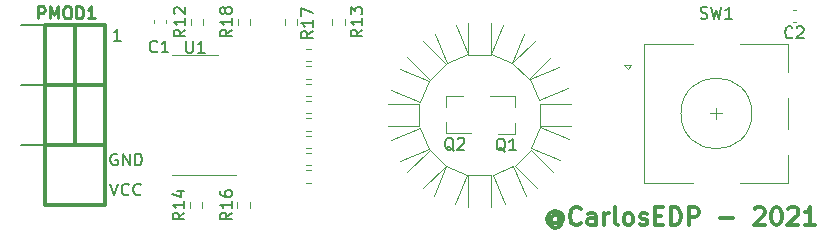
<source format=gto>
G04 #@! TF.GenerationSoftware,KiCad,Pcbnew,(5.1.9-0-10_14)*
G04 #@! TF.CreationDate,2021-05-04T13:02:15-03:00*
G04 #@! TF.ProjectId,RingPush-PMOD,52696e67-5075-4736-982d-504d4f442e6b,rev?*
G04 #@! TF.SameCoordinates,Original*
G04 #@! TF.FileFunction,Legend,Top*
G04 #@! TF.FilePolarity,Positive*
%FSLAX46Y46*%
G04 Gerber Fmt 4.6, Leading zero omitted, Abs format (unit mm)*
G04 Created by KiCad (PCBNEW (5.1.9-0-10_14)) date 2021-05-04 13:02:15*
%MOMM*%
%LPD*%
G01*
G04 APERTURE LIST*
%ADD10C,0.300000*%
%ADD11C,0.120000*%
%ADD12C,0.203200*%
%ADD13C,0.304800*%
%ADD14C,0.150000*%
%ADD15C,0.254000*%
%ADD16C,2.101600*%
%ADD17C,1.625600*%
G04 APERTURE END LIST*
D10*
X63810857Y-112740285D02*
X63739428Y-112668857D01*
X63596571Y-112597428D01*
X63453714Y-112597428D01*
X63310857Y-112668857D01*
X63239428Y-112740285D01*
X63168000Y-112883142D01*
X63168000Y-113026000D01*
X63239428Y-113168857D01*
X63310857Y-113240285D01*
X63453714Y-113311714D01*
X63596571Y-113311714D01*
X63739428Y-113240285D01*
X63810857Y-113168857D01*
X63810857Y-112597428D02*
X63810857Y-113168857D01*
X63882285Y-113240285D01*
X63953714Y-113240285D01*
X64096571Y-113168857D01*
X64168000Y-113026000D01*
X64168000Y-112668857D01*
X64025142Y-112454571D01*
X63810857Y-112311714D01*
X63525142Y-112240285D01*
X63239428Y-112311714D01*
X63025142Y-112454571D01*
X62882285Y-112668857D01*
X62810857Y-112954571D01*
X62882285Y-113240285D01*
X63025142Y-113454571D01*
X63239428Y-113597428D01*
X63525142Y-113668857D01*
X63810857Y-113597428D01*
X64025142Y-113454571D01*
X65668000Y-113311714D02*
X65596571Y-113383142D01*
X65382285Y-113454571D01*
X65239428Y-113454571D01*
X65025142Y-113383142D01*
X64882285Y-113240285D01*
X64810857Y-113097428D01*
X64739428Y-112811714D01*
X64739428Y-112597428D01*
X64810857Y-112311714D01*
X64882285Y-112168857D01*
X65025142Y-112026000D01*
X65239428Y-111954571D01*
X65382285Y-111954571D01*
X65596571Y-112026000D01*
X65668000Y-112097428D01*
X66953714Y-113454571D02*
X66953714Y-112668857D01*
X66882285Y-112526000D01*
X66739428Y-112454571D01*
X66453714Y-112454571D01*
X66310857Y-112526000D01*
X66953714Y-113383142D02*
X66810857Y-113454571D01*
X66453714Y-113454571D01*
X66310857Y-113383142D01*
X66239428Y-113240285D01*
X66239428Y-113097428D01*
X66310857Y-112954571D01*
X66453714Y-112883142D01*
X66810857Y-112883142D01*
X66953714Y-112811714D01*
X67668000Y-113454571D02*
X67668000Y-112454571D01*
X67668000Y-112740285D02*
X67739428Y-112597428D01*
X67810857Y-112526000D01*
X67953714Y-112454571D01*
X68096571Y-112454571D01*
X68810857Y-113454571D02*
X68668000Y-113383142D01*
X68596571Y-113240285D01*
X68596571Y-111954571D01*
X69596571Y-113454571D02*
X69453714Y-113383142D01*
X69382285Y-113311714D01*
X69310857Y-113168857D01*
X69310857Y-112740285D01*
X69382285Y-112597428D01*
X69453714Y-112526000D01*
X69596571Y-112454571D01*
X69810857Y-112454571D01*
X69953714Y-112526000D01*
X70025142Y-112597428D01*
X70096571Y-112740285D01*
X70096571Y-113168857D01*
X70025142Y-113311714D01*
X69953714Y-113383142D01*
X69810857Y-113454571D01*
X69596571Y-113454571D01*
X70668000Y-113383142D02*
X70810857Y-113454571D01*
X71096571Y-113454571D01*
X71239428Y-113383142D01*
X71310857Y-113240285D01*
X71310857Y-113168857D01*
X71239428Y-113026000D01*
X71096571Y-112954571D01*
X70882285Y-112954571D01*
X70739428Y-112883142D01*
X70668000Y-112740285D01*
X70668000Y-112668857D01*
X70739428Y-112526000D01*
X70882285Y-112454571D01*
X71096571Y-112454571D01*
X71239428Y-112526000D01*
X71953714Y-112668857D02*
X72453714Y-112668857D01*
X72668000Y-113454571D02*
X71953714Y-113454571D01*
X71953714Y-111954571D01*
X72668000Y-111954571D01*
X73310857Y-113454571D02*
X73310857Y-111954571D01*
X73668000Y-111954571D01*
X73882285Y-112026000D01*
X74025142Y-112168857D01*
X74096571Y-112311714D01*
X74168000Y-112597428D01*
X74168000Y-112811714D01*
X74096571Y-113097428D01*
X74025142Y-113240285D01*
X73882285Y-113383142D01*
X73668000Y-113454571D01*
X73310857Y-113454571D01*
X74810857Y-113454571D02*
X74810857Y-111954571D01*
X75382285Y-111954571D01*
X75525142Y-112026000D01*
X75596571Y-112097428D01*
X75668000Y-112240285D01*
X75668000Y-112454571D01*
X75596571Y-112597428D01*
X75525142Y-112668857D01*
X75382285Y-112740285D01*
X74810857Y-112740285D01*
X77453714Y-112883142D02*
X78596571Y-112883142D01*
X80382285Y-112097428D02*
X80453714Y-112026000D01*
X80596571Y-111954571D01*
X80953714Y-111954571D01*
X81096571Y-112026000D01*
X81168000Y-112097428D01*
X81239428Y-112240285D01*
X81239428Y-112383142D01*
X81168000Y-112597428D01*
X80310857Y-113454571D01*
X81239428Y-113454571D01*
X82168000Y-111954571D02*
X82310857Y-111954571D01*
X82453714Y-112026000D01*
X82525142Y-112097428D01*
X82596571Y-112240285D01*
X82668000Y-112526000D01*
X82668000Y-112883142D01*
X82596571Y-113168857D01*
X82525142Y-113311714D01*
X82453714Y-113383142D01*
X82310857Y-113454571D01*
X82168000Y-113454571D01*
X82025142Y-113383142D01*
X81953714Y-113311714D01*
X81882285Y-113168857D01*
X81810857Y-112883142D01*
X81810857Y-112526000D01*
X81882285Y-112240285D01*
X81953714Y-112097428D01*
X82025142Y-112026000D01*
X82168000Y-111954571D01*
X83239428Y-112097428D02*
X83310857Y-112026000D01*
X83453714Y-111954571D01*
X83810857Y-111954571D01*
X83953714Y-112026000D01*
X84025142Y-112097428D01*
X84096571Y-112240285D01*
X84096571Y-112383142D01*
X84025142Y-112597428D01*
X83168000Y-113454571D01*
X84096571Y-113454571D01*
X85525142Y-113454571D02*
X84668000Y-113454571D01*
X85096571Y-113454571D02*
X85096571Y-111954571D01*
X84953714Y-112168857D01*
X84810857Y-112311714D01*
X84668000Y-112383142D01*
D11*
X76652500Y-104001000D02*
X77652500Y-104001000D01*
X77152500Y-103501000D02*
X77152500Y-104501000D01*
X83252500Y-107501000D02*
X83252500Y-109901000D01*
X83252500Y-102701000D02*
X83252500Y-105301000D01*
X83252500Y-98101000D02*
X83252500Y-100501000D01*
X69952500Y-99901000D02*
X69652500Y-100201000D01*
X69352500Y-99901000D02*
X69952500Y-99901000D01*
X69652500Y-100201000D02*
X69352500Y-99901000D01*
X71052500Y-98101000D02*
X71052500Y-109901000D01*
X75152500Y-98101000D02*
X71052500Y-98101000D01*
X75152500Y-109901000D02*
X71052500Y-109901000D01*
X83252500Y-109901000D02*
X79152500Y-109901000D01*
X79152500Y-98101000D02*
X83252500Y-98101000D01*
X80152500Y-104001000D02*
G75*
G03*
X80152500Y-104001000I-3000000J0D01*
G01*
X41686750Y-96028742D02*
X41686750Y-96503258D01*
X40641750Y-96028742D02*
X40641750Y-96503258D01*
X33020000Y-109200000D02*
X36470000Y-109200000D01*
X33020000Y-109200000D02*
X31070000Y-109200000D01*
X33020000Y-99080000D02*
X34970000Y-99080000D01*
X33020000Y-99080000D02*
X31070000Y-99080000D01*
D12*
X18288000Y-106680000D02*
X20320000Y-106680000D01*
X18288000Y-101600000D02*
X20320000Y-101600000D01*
X18288000Y-96520000D02*
X20320000Y-96520000D01*
D13*
X25400000Y-96520000D02*
X20320000Y-96520000D01*
X25400000Y-111760000D02*
X25400000Y-96520000D01*
X20320000Y-111760000D02*
X25400000Y-111760000D01*
X20320000Y-96520000D02*
X20320000Y-111760000D01*
X25400000Y-106680000D02*
X20320000Y-106680000D01*
X20320000Y-101600000D02*
X25400000Y-101600000D01*
X22860000Y-96520000D02*
X22860000Y-101600000D01*
X22860000Y-101600000D02*
X22860000Y-106680000D01*
D11*
X50973658Y-99257803D02*
X52872239Y-101156384D01*
X52872239Y-101156384D02*
X54229884Y-99798739D01*
X54229884Y-99798739D02*
X52331303Y-97900158D01*
X49307000Y-105100000D02*
X51992000Y-105100000D01*
X51992000Y-105100000D02*
X51992000Y-103180000D01*
X51992000Y-103180000D02*
X49307000Y-103180000D01*
X52810476Y-101253131D02*
X50329860Y-100225626D01*
X52075724Y-103026980D02*
X52810476Y-101253131D01*
X49595107Y-101999475D02*
X52075724Y-103026980D01*
X56100480Y-99002224D02*
X55072975Y-96521607D01*
X54326631Y-99736976D02*
X56100480Y-99002224D01*
X53299126Y-97256360D02*
X54326631Y-99736976D01*
X56126500Y-96360500D02*
X56126500Y-99045500D01*
X56126500Y-99045500D02*
X58046500Y-99045500D01*
X58046500Y-99045500D02*
X58046500Y-96360500D01*
X59846369Y-99736976D02*
X60873874Y-97256360D01*
X58072520Y-99002224D02*
X59846369Y-99736976D01*
X59100025Y-96521607D02*
X58072520Y-99002224D01*
X61785871Y-97828984D02*
X59887290Y-99727565D01*
X59887290Y-99727565D02*
X61244935Y-101085210D01*
X61244935Y-101085210D02*
X63143516Y-99186629D01*
X62097276Y-102899980D02*
X64577893Y-101872475D01*
X61362524Y-101126131D02*
X62097276Y-102899980D01*
X63843140Y-100098626D02*
X61362524Y-101126131D01*
X42846258Y-108824497D02*
X42371742Y-108824497D01*
X42846258Y-109869497D02*
X42371742Y-109869497D01*
X42846258Y-107354926D02*
X42371742Y-107354926D01*
X42846258Y-108399926D02*
X42371742Y-108399926D01*
X42846258Y-106930355D02*
X42371742Y-106930355D01*
X42846258Y-105885355D02*
X42371742Y-105885355D01*
X42846258Y-104415784D02*
X42371742Y-104415784D01*
X42846258Y-105460784D02*
X42371742Y-105460784D01*
X42846258Y-103991213D02*
X42371742Y-103991213D01*
X42846258Y-102946213D02*
X42371742Y-102946213D01*
X42846258Y-101476642D02*
X42371742Y-101476642D01*
X42846258Y-102521642D02*
X42371742Y-102521642D01*
X42846258Y-101052071D02*
X42371742Y-101052071D01*
X42846258Y-100007071D02*
X42371742Y-100007071D01*
X42846258Y-99582500D02*
X42371742Y-99582500D01*
X42846258Y-98537500D02*
X42371742Y-98537500D01*
X32672250Y-96028742D02*
X32672250Y-96503258D01*
X33717250Y-96028742D02*
X33717250Y-96503258D01*
X45671500Y-96503258D02*
X45671500Y-96028742D01*
X44626500Y-96503258D02*
X44626500Y-96028742D01*
X32573700Y-111997258D02*
X32573700Y-111522742D01*
X33618700Y-111997258D02*
X33618700Y-111522742D01*
X37631900Y-111997258D02*
X37631900Y-111522742D01*
X36586900Y-111997258D02*
X36586900Y-111522742D01*
X37702000Y-96503258D02*
X37702000Y-96028742D01*
X36657000Y-96503258D02*
X36657000Y-96028742D01*
X29530000Y-96380580D02*
X29530000Y-96099420D01*
X30550000Y-96380580D02*
X30550000Y-96099420D01*
X64866000Y-103180000D02*
X62181000Y-103180000D01*
X62181000Y-103180000D02*
X62181000Y-105100000D01*
X62181000Y-105100000D02*
X64866000Y-105100000D01*
X61448887Y-106922103D02*
X63929503Y-107949608D01*
X62183639Y-105148254D02*
X61448887Y-106922103D01*
X64664256Y-106175759D02*
X62183639Y-105148254D01*
X63326342Y-108958697D02*
X61427761Y-107060116D01*
X61427761Y-107060116D02*
X60070116Y-108417761D01*
X60070116Y-108417761D02*
X61968697Y-110316342D01*
X58199520Y-109214276D02*
X59227025Y-111694893D01*
X59973369Y-108479524D02*
X58199520Y-109214276D01*
X61000874Y-110960140D02*
X59973369Y-108479524D01*
X58046500Y-111919500D02*
X58046500Y-109234500D01*
X58046500Y-109234500D02*
X56126500Y-109234500D01*
X56126500Y-109234500D02*
X56126500Y-111919500D01*
X54263131Y-108479524D02*
X53235626Y-110960140D01*
X56036980Y-109214276D02*
X54263131Y-108479524D01*
X55009475Y-111694893D02*
X56036980Y-109214276D01*
X52331303Y-110351929D02*
X54229884Y-108453348D01*
X54229884Y-108453348D02*
X52872239Y-107095703D01*
X52872239Y-107095703D02*
X50973658Y-108994284D01*
X52075724Y-105253020D02*
X49595107Y-106280525D01*
X52810476Y-107026869D02*
X52075724Y-105253020D01*
X50329860Y-108054374D02*
X52810476Y-107026869D01*
X60132500Y-105720000D02*
X58672500Y-105720000D01*
X60132500Y-102560000D02*
X57972500Y-102560000D01*
X60132500Y-102560000D02*
X60132500Y-103490000D01*
X60132500Y-105720000D02*
X60132500Y-104790000D01*
X54241501Y-102535001D02*
X54241501Y-103465001D01*
X54241501Y-105695001D02*
X54241501Y-104765001D01*
X54241501Y-105695001D02*
X56401501Y-105695001D01*
X54241501Y-102535001D02*
X55701501Y-102535001D01*
X83884080Y-95248000D02*
X83602920Y-95248000D01*
X83884080Y-96268000D02*
X83602920Y-96268000D01*
D14*
X75812166Y-95936761D02*
X75955023Y-95984380D01*
X76193119Y-95984380D01*
X76288357Y-95936761D01*
X76335976Y-95889142D01*
X76383595Y-95793904D01*
X76383595Y-95698666D01*
X76335976Y-95603428D01*
X76288357Y-95555809D01*
X76193119Y-95508190D01*
X76002642Y-95460571D01*
X75907404Y-95412952D01*
X75859785Y-95365333D01*
X75812166Y-95270095D01*
X75812166Y-95174857D01*
X75859785Y-95079619D01*
X75907404Y-95032000D01*
X76002642Y-94984380D01*
X76240738Y-94984380D01*
X76383595Y-95032000D01*
X76716928Y-94984380D02*
X76955023Y-95984380D01*
X77145500Y-95270095D01*
X77335976Y-95984380D01*
X77574071Y-94984380D01*
X78478833Y-95984380D02*
X77907404Y-95984380D01*
X78193119Y-95984380D02*
X78193119Y-94984380D01*
X78097880Y-95127238D01*
X78002642Y-95222476D01*
X77907404Y-95270095D01*
X42997380Y-97035857D02*
X42521190Y-97369190D01*
X42997380Y-97607285D02*
X41997380Y-97607285D01*
X41997380Y-97226333D01*
X42045000Y-97131095D01*
X42092619Y-97083476D01*
X42187857Y-97035857D01*
X42330714Y-97035857D01*
X42425952Y-97083476D01*
X42473571Y-97131095D01*
X42521190Y-97226333D01*
X42521190Y-97607285D01*
X42997380Y-96083476D02*
X42997380Y-96654904D01*
X42997380Y-96369190D02*
X41997380Y-96369190D01*
X42140238Y-96464428D01*
X42235476Y-96559666D01*
X42283095Y-96654904D01*
X41997380Y-95750142D02*
X41997380Y-95083476D01*
X42997380Y-95512047D01*
X32258095Y-97877380D02*
X32258095Y-98686904D01*
X32305714Y-98782142D01*
X32353333Y-98829761D01*
X32448571Y-98877380D01*
X32639047Y-98877380D01*
X32734285Y-98829761D01*
X32781904Y-98782142D01*
X32829523Y-98686904D01*
X32829523Y-97877380D01*
X33829523Y-98877380D02*
X33258095Y-98877380D01*
X33543809Y-98877380D02*
X33543809Y-97877380D01*
X33448571Y-98020238D01*
X33353333Y-98115476D01*
X33258095Y-98163095D01*
D15*
X19727333Y-95963619D02*
X19727333Y-94947619D01*
X20114380Y-94947619D01*
X20211142Y-94996000D01*
X20259523Y-95044380D01*
X20307904Y-95141142D01*
X20307904Y-95286285D01*
X20259523Y-95383047D01*
X20211142Y-95431428D01*
X20114380Y-95479809D01*
X19727333Y-95479809D01*
X20743333Y-95963619D02*
X20743333Y-94947619D01*
X21082000Y-95673333D01*
X21420666Y-94947619D01*
X21420666Y-95963619D01*
X22098000Y-94947619D02*
X22291523Y-94947619D01*
X22388285Y-94996000D01*
X22485047Y-95092761D01*
X22533428Y-95286285D01*
X22533428Y-95624952D01*
X22485047Y-95818476D01*
X22388285Y-95915238D01*
X22291523Y-95963619D01*
X22098000Y-95963619D01*
X22001238Y-95915238D01*
X21904476Y-95818476D01*
X21856095Y-95624952D01*
X21856095Y-95286285D01*
X21904476Y-95092761D01*
X22001238Y-94996000D01*
X22098000Y-94947619D01*
X22968857Y-95963619D02*
X22968857Y-94947619D01*
X23210761Y-94947619D01*
X23355904Y-94996000D01*
X23452666Y-95092761D01*
X23501047Y-95189523D01*
X23549428Y-95383047D01*
X23549428Y-95528190D01*
X23501047Y-95721714D01*
X23452666Y-95818476D01*
X23355904Y-95915238D01*
X23210761Y-95963619D01*
X22968857Y-95963619D01*
X24517047Y-95963619D02*
X23936476Y-95963619D01*
X24226761Y-95963619D02*
X24226761Y-94947619D01*
X24130000Y-95092761D01*
X24033238Y-95189523D01*
X23936476Y-95237904D01*
D14*
X26701714Y-97861380D02*
X26130285Y-97861380D01*
X26416000Y-97861380D02*
X26416000Y-96861380D01*
X26320761Y-97004238D01*
X26225523Y-97099476D01*
X26130285Y-97147095D01*
X26416095Y-107450000D02*
X26320857Y-107402380D01*
X26178000Y-107402380D01*
X26035142Y-107450000D01*
X25939904Y-107545238D01*
X25892285Y-107640476D01*
X25844666Y-107830952D01*
X25844666Y-107973809D01*
X25892285Y-108164285D01*
X25939904Y-108259523D01*
X26035142Y-108354761D01*
X26178000Y-108402380D01*
X26273238Y-108402380D01*
X26416095Y-108354761D01*
X26463714Y-108307142D01*
X26463714Y-107973809D01*
X26273238Y-107973809D01*
X26892285Y-108402380D02*
X26892285Y-107402380D01*
X27463714Y-108402380D01*
X27463714Y-107402380D01*
X27939904Y-108402380D02*
X27939904Y-107402380D01*
X28178000Y-107402380D01*
X28320857Y-107450000D01*
X28416095Y-107545238D01*
X28463714Y-107640476D01*
X28511333Y-107830952D01*
X28511333Y-107973809D01*
X28463714Y-108164285D01*
X28416095Y-108259523D01*
X28320857Y-108354761D01*
X28178000Y-108402380D01*
X27939904Y-108402380D01*
X25844666Y-109942380D02*
X26178000Y-110942380D01*
X26511333Y-109942380D01*
X27416095Y-110847142D02*
X27368476Y-110894761D01*
X27225619Y-110942380D01*
X27130380Y-110942380D01*
X26987523Y-110894761D01*
X26892285Y-110799523D01*
X26844666Y-110704285D01*
X26797047Y-110513809D01*
X26797047Y-110370952D01*
X26844666Y-110180476D01*
X26892285Y-110085238D01*
X26987523Y-109990000D01*
X27130380Y-109942380D01*
X27225619Y-109942380D01*
X27368476Y-109990000D01*
X27416095Y-110037619D01*
X28416095Y-110847142D02*
X28368476Y-110894761D01*
X28225619Y-110942380D01*
X28130380Y-110942380D01*
X27987523Y-110894761D01*
X27892285Y-110799523D01*
X27844666Y-110704285D01*
X27797047Y-110513809D01*
X27797047Y-110370952D01*
X27844666Y-110180476D01*
X27892285Y-110085238D01*
X27987523Y-109990000D01*
X28130380Y-109942380D01*
X28225619Y-109942380D01*
X28368476Y-109990000D01*
X28416095Y-110037619D01*
X32202380Y-96908857D02*
X31726190Y-97242190D01*
X32202380Y-97480285D02*
X31202380Y-97480285D01*
X31202380Y-97099333D01*
X31250000Y-97004095D01*
X31297619Y-96956476D01*
X31392857Y-96908857D01*
X31535714Y-96908857D01*
X31630952Y-96956476D01*
X31678571Y-97004095D01*
X31726190Y-97099333D01*
X31726190Y-97480285D01*
X32202380Y-95956476D02*
X32202380Y-96527904D01*
X32202380Y-96242190D02*
X31202380Y-96242190D01*
X31345238Y-96337428D01*
X31440476Y-96432666D01*
X31488095Y-96527904D01*
X31297619Y-95575523D02*
X31250000Y-95527904D01*
X31202380Y-95432666D01*
X31202380Y-95194571D01*
X31250000Y-95099333D01*
X31297619Y-95051714D01*
X31392857Y-95004095D01*
X31488095Y-95004095D01*
X31630952Y-95051714D01*
X32202380Y-95623142D01*
X32202380Y-95004095D01*
X47188380Y-96908857D02*
X46712190Y-97242190D01*
X47188380Y-97480285D02*
X46188380Y-97480285D01*
X46188380Y-97099333D01*
X46236000Y-97004095D01*
X46283619Y-96956476D01*
X46378857Y-96908857D01*
X46521714Y-96908857D01*
X46616952Y-96956476D01*
X46664571Y-97004095D01*
X46712190Y-97099333D01*
X46712190Y-97480285D01*
X47188380Y-95956476D02*
X47188380Y-96527904D01*
X47188380Y-96242190D02*
X46188380Y-96242190D01*
X46331238Y-96337428D01*
X46426476Y-96432666D01*
X46474095Y-96527904D01*
X46188380Y-95623142D02*
X46188380Y-95004095D01*
X46569333Y-95337428D01*
X46569333Y-95194571D01*
X46616952Y-95099333D01*
X46664571Y-95051714D01*
X46759809Y-95004095D01*
X46997904Y-95004095D01*
X47093142Y-95051714D01*
X47140761Y-95099333D01*
X47188380Y-95194571D01*
X47188380Y-95480285D01*
X47140761Y-95575523D01*
X47093142Y-95623142D01*
X32118580Y-112402857D02*
X31642390Y-112736190D01*
X32118580Y-112974285D02*
X31118580Y-112974285D01*
X31118580Y-112593333D01*
X31166200Y-112498095D01*
X31213819Y-112450476D01*
X31309057Y-112402857D01*
X31451914Y-112402857D01*
X31547152Y-112450476D01*
X31594771Y-112498095D01*
X31642390Y-112593333D01*
X31642390Y-112974285D01*
X32118580Y-111450476D02*
X32118580Y-112021904D01*
X32118580Y-111736190D02*
X31118580Y-111736190D01*
X31261438Y-111831428D01*
X31356676Y-111926666D01*
X31404295Y-112021904D01*
X31451914Y-110593333D02*
X32118580Y-110593333D01*
X31070961Y-110831428D02*
X31785247Y-111069523D01*
X31785247Y-110450476D01*
X36131780Y-112402857D02*
X35655590Y-112736190D01*
X36131780Y-112974285D02*
X35131780Y-112974285D01*
X35131780Y-112593333D01*
X35179400Y-112498095D01*
X35227019Y-112450476D01*
X35322257Y-112402857D01*
X35465114Y-112402857D01*
X35560352Y-112450476D01*
X35607971Y-112498095D01*
X35655590Y-112593333D01*
X35655590Y-112974285D01*
X36131780Y-111450476D02*
X36131780Y-112021904D01*
X36131780Y-111736190D02*
X35131780Y-111736190D01*
X35274638Y-111831428D01*
X35369876Y-111926666D01*
X35417495Y-112021904D01*
X35131780Y-110593333D02*
X35131780Y-110783809D01*
X35179400Y-110879047D01*
X35227019Y-110926666D01*
X35369876Y-111021904D01*
X35560352Y-111069523D01*
X35941304Y-111069523D01*
X36036542Y-111021904D01*
X36084161Y-110974285D01*
X36131780Y-110879047D01*
X36131780Y-110688571D01*
X36084161Y-110593333D01*
X36036542Y-110545714D01*
X35941304Y-110498095D01*
X35703209Y-110498095D01*
X35607971Y-110545714D01*
X35560352Y-110593333D01*
X35512733Y-110688571D01*
X35512733Y-110879047D01*
X35560352Y-110974285D01*
X35607971Y-111021904D01*
X35703209Y-111069523D01*
X36139380Y-96908857D02*
X35663190Y-97242190D01*
X36139380Y-97480285D02*
X35139380Y-97480285D01*
X35139380Y-97099333D01*
X35187000Y-97004095D01*
X35234619Y-96956476D01*
X35329857Y-96908857D01*
X35472714Y-96908857D01*
X35567952Y-96956476D01*
X35615571Y-97004095D01*
X35663190Y-97099333D01*
X35663190Y-97480285D01*
X36139380Y-95956476D02*
X36139380Y-96527904D01*
X36139380Y-96242190D02*
X35139380Y-96242190D01*
X35282238Y-96337428D01*
X35377476Y-96432666D01*
X35425095Y-96527904D01*
X35567952Y-95385047D02*
X35520333Y-95480285D01*
X35472714Y-95527904D01*
X35377476Y-95575523D01*
X35329857Y-95575523D01*
X35234619Y-95527904D01*
X35187000Y-95480285D01*
X35139380Y-95385047D01*
X35139380Y-95194571D01*
X35187000Y-95099333D01*
X35234619Y-95051714D01*
X35329857Y-95004095D01*
X35377476Y-95004095D01*
X35472714Y-95051714D01*
X35520333Y-95099333D01*
X35567952Y-95194571D01*
X35567952Y-95385047D01*
X35615571Y-95480285D01*
X35663190Y-95527904D01*
X35758428Y-95575523D01*
X35948904Y-95575523D01*
X36044142Y-95527904D01*
X36091761Y-95480285D01*
X36139380Y-95385047D01*
X36139380Y-95194571D01*
X36091761Y-95099333D01*
X36044142Y-95051714D01*
X35948904Y-95004095D01*
X35758428Y-95004095D01*
X35663190Y-95051714D01*
X35615571Y-95099333D01*
X35567952Y-95194571D01*
X29808333Y-98742142D02*
X29760714Y-98789761D01*
X29617857Y-98837380D01*
X29522619Y-98837380D01*
X29379761Y-98789761D01*
X29284523Y-98694523D01*
X29236904Y-98599285D01*
X29189285Y-98408809D01*
X29189285Y-98265952D01*
X29236904Y-98075476D01*
X29284523Y-97980238D01*
X29379761Y-97885000D01*
X29522619Y-97837380D01*
X29617857Y-97837380D01*
X29760714Y-97885000D01*
X29808333Y-97932619D01*
X30760714Y-98837380D02*
X30189285Y-98837380D01*
X30475000Y-98837380D02*
X30475000Y-97837380D01*
X30379761Y-97980238D01*
X30284523Y-98075476D01*
X30189285Y-98123095D01*
X59277261Y-107227619D02*
X59182023Y-107180000D01*
X59086785Y-107084761D01*
X58943928Y-106941904D01*
X58848690Y-106894285D01*
X58753452Y-106894285D01*
X58801071Y-107132380D02*
X58705833Y-107084761D01*
X58610595Y-106989523D01*
X58562976Y-106799047D01*
X58562976Y-106465714D01*
X58610595Y-106275238D01*
X58705833Y-106180000D01*
X58801071Y-106132380D01*
X58991547Y-106132380D01*
X59086785Y-106180000D01*
X59182023Y-106275238D01*
X59229642Y-106465714D01*
X59229642Y-106799047D01*
X59182023Y-106989523D01*
X59086785Y-107084761D01*
X58991547Y-107132380D01*
X58801071Y-107132380D01*
X60182023Y-107132380D02*
X59610595Y-107132380D01*
X59896309Y-107132380D02*
X59896309Y-106132380D01*
X59801071Y-106275238D01*
X59705833Y-106370476D01*
X59610595Y-106418095D01*
X54906262Y-107162620D02*
X54811024Y-107115001D01*
X54715786Y-107019762D01*
X54572929Y-106876905D01*
X54477691Y-106829286D01*
X54382453Y-106829286D01*
X54430072Y-107067381D02*
X54334834Y-107019762D01*
X54239596Y-106924524D01*
X54191977Y-106734048D01*
X54191977Y-106400715D01*
X54239596Y-106210239D01*
X54334834Y-106115001D01*
X54430072Y-106067381D01*
X54620548Y-106067381D01*
X54715786Y-106115001D01*
X54811024Y-106210239D01*
X54858643Y-106400715D01*
X54858643Y-106734048D01*
X54811024Y-106924524D01*
X54715786Y-107019762D01*
X54620548Y-107067381D01*
X54430072Y-107067381D01*
X55239596Y-106162620D02*
X55287215Y-106115001D01*
X55382453Y-106067381D01*
X55620548Y-106067381D01*
X55715786Y-106115001D01*
X55763405Y-106162620D01*
X55811024Y-106257858D01*
X55811024Y-106353096D01*
X55763405Y-106495953D01*
X55191977Y-107067381D01*
X55811024Y-107067381D01*
X83576833Y-97545142D02*
X83529214Y-97592761D01*
X83386357Y-97640380D01*
X83291119Y-97640380D01*
X83148261Y-97592761D01*
X83053023Y-97497523D01*
X83005404Y-97402285D01*
X82957785Y-97211809D01*
X82957785Y-97068952D01*
X83005404Y-96878476D01*
X83053023Y-96783238D01*
X83148261Y-96688000D01*
X83291119Y-96640380D01*
X83386357Y-96640380D01*
X83529214Y-96688000D01*
X83576833Y-96735619D01*
X83957785Y-96735619D02*
X84005404Y-96688000D01*
X84100642Y-96640380D01*
X84338738Y-96640380D01*
X84433976Y-96688000D01*
X84481595Y-96735619D01*
X84529214Y-96830857D01*
X84529214Y-96926095D01*
X84481595Y-97068952D01*
X83910166Y-97640380D01*
X84529214Y-97640380D01*
%LPC*%
G36*
G01*
X68601700Y-102501000D02*
X68601700Y-100501000D01*
G75*
G02*
X68652500Y-100450200I50800J0D01*
G01*
X70652500Y-100450200D01*
G75*
G02*
X70703300Y-100501000I0J-50800D01*
G01*
X70703300Y-102501000D01*
G75*
G02*
X70652500Y-102551800I-50800J0D01*
G01*
X68652500Y-102551800D01*
G75*
G02*
X68601700Y-102501000I0J50800D01*
G01*
G37*
D16*
X69652500Y-104001000D03*
X69652500Y-106501000D03*
G36*
G01*
X75501700Y-99401000D02*
X75501700Y-97401000D01*
G75*
G02*
X75552500Y-97350200I50800J0D01*
G01*
X78752500Y-97350200D01*
G75*
G02*
X78803300Y-97401000I0J-50800D01*
G01*
X78803300Y-99401000D01*
G75*
G02*
X78752500Y-99451800I-50800J0D01*
G01*
X75552500Y-99451800D01*
G75*
G02*
X75501700Y-99401000I0J50800D01*
G01*
G37*
G36*
G01*
X75501700Y-110601000D02*
X75501700Y-108601000D01*
G75*
G02*
X75552500Y-108550200I50800J0D01*
G01*
X78752500Y-108550200D01*
G75*
G02*
X78803300Y-108601000I0J-50800D01*
G01*
X78803300Y-110601000D01*
G75*
G02*
X78752500Y-110651800I-50800J0D01*
G01*
X75552500Y-110651800D01*
G75*
G02*
X75501700Y-110601000I0J50800D01*
G01*
G37*
X84152500Y-101501000D03*
X84152500Y-106501000D03*
G36*
G01*
X40863850Y-96640200D02*
X41464650Y-96640200D01*
G75*
G02*
X41690050Y-96865600I0J-225400D01*
G01*
X41690050Y-97316400D01*
G75*
G02*
X41464650Y-97541800I-225400J0D01*
G01*
X40863850Y-97541800D01*
G75*
G02*
X40638450Y-97316400I0J225400D01*
G01*
X40638450Y-96865600D01*
G75*
G02*
X40863850Y-96640200I225400J0D01*
G01*
G37*
G36*
G01*
X40863850Y-94990200D02*
X41464650Y-94990200D01*
G75*
G02*
X41690050Y-95215600I0J-225400D01*
G01*
X41690050Y-95666400D01*
G75*
G02*
X41464650Y-95891800I-225400J0D01*
G01*
X40863850Y-95891800D01*
G75*
G02*
X40638450Y-95666400I0J225400D01*
G01*
X40638450Y-95215600D01*
G75*
G02*
X40863850Y-94990200I225400J0D01*
G01*
G37*
G36*
G01*
X31570800Y-108409600D02*
X31570800Y-108760400D01*
G75*
G02*
X31395400Y-108935800I-175400J0D01*
G01*
X29694600Y-108935800D01*
G75*
G02*
X29519200Y-108760400I0J175400D01*
G01*
X29519200Y-108409600D01*
G75*
G02*
X29694600Y-108234200I175400J0D01*
G01*
X31395400Y-108234200D01*
G75*
G02*
X31570800Y-108409600I0J-175400D01*
G01*
G37*
G36*
G01*
X31570800Y-107139600D02*
X31570800Y-107490400D01*
G75*
G02*
X31395400Y-107665800I-175400J0D01*
G01*
X29694600Y-107665800D01*
G75*
G02*
X29519200Y-107490400I0J175400D01*
G01*
X29519200Y-107139600D01*
G75*
G02*
X29694600Y-106964200I175400J0D01*
G01*
X31395400Y-106964200D01*
G75*
G02*
X31570800Y-107139600I0J-175400D01*
G01*
G37*
G36*
G01*
X31570800Y-105869600D02*
X31570800Y-106220400D01*
G75*
G02*
X31395400Y-106395800I-175400J0D01*
G01*
X29694600Y-106395800D01*
G75*
G02*
X29519200Y-106220400I0J175400D01*
G01*
X29519200Y-105869600D01*
G75*
G02*
X29694600Y-105694200I175400J0D01*
G01*
X31395400Y-105694200D01*
G75*
G02*
X31570800Y-105869600I0J-175400D01*
G01*
G37*
G36*
G01*
X31570800Y-104599600D02*
X31570800Y-104950400D01*
G75*
G02*
X31395400Y-105125800I-175400J0D01*
G01*
X29694600Y-105125800D01*
G75*
G02*
X29519200Y-104950400I0J175400D01*
G01*
X29519200Y-104599600D01*
G75*
G02*
X29694600Y-104424200I175400J0D01*
G01*
X31395400Y-104424200D01*
G75*
G02*
X31570800Y-104599600I0J-175400D01*
G01*
G37*
G36*
G01*
X31570800Y-103329600D02*
X31570800Y-103680400D01*
G75*
G02*
X31395400Y-103855800I-175400J0D01*
G01*
X29694600Y-103855800D01*
G75*
G02*
X29519200Y-103680400I0J175400D01*
G01*
X29519200Y-103329600D01*
G75*
G02*
X29694600Y-103154200I175400J0D01*
G01*
X31395400Y-103154200D01*
G75*
G02*
X31570800Y-103329600I0J-175400D01*
G01*
G37*
G36*
G01*
X31570800Y-102059600D02*
X31570800Y-102410400D01*
G75*
G02*
X31395400Y-102585800I-175400J0D01*
G01*
X29694600Y-102585800D01*
G75*
G02*
X29519200Y-102410400I0J175400D01*
G01*
X29519200Y-102059600D01*
G75*
G02*
X29694600Y-101884200I175400J0D01*
G01*
X31395400Y-101884200D01*
G75*
G02*
X31570800Y-102059600I0J-175400D01*
G01*
G37*
G36*
G01*
X31570800Y-100789600D02*
X31570800Y-101140400D01*
G75*
G02*
X31395400Y-101315800I-175400J0D01*
G01*
X29694600Y-101315800D01*
G75*
G02*
X29519200Y-101140400I0J175400D01*
G01*
X29519200Y-100789600D01*
G75*
G02*
X29694600Y-100614200I175400J0D01*
G01*
X31395400Y-100614200D01*
G75*
G02*
X31570800Y-100789600I0J-175400D01*
G01*
G37*
G36*
G01*
X31570800Y-99519600D02*
X31570800Y-99870400D01*
G75*
G02*
X31395400Y-100045800I-175400J0D01*
G01*
X29694600Y-100045800D01*
G75*
G02*
X29519200Y-99870400I0J175400D01*
G01*
X29519200Y-99519600D01*
G75*
G02*
X29694600Y-99344200I175400J0D01*
G01*
X31395400Y-99344200D01*
G75*
G02*
X31570800Y-99519600I0J-175400D01*
G01*
G37*
G36*
G01*
X36520800Y-99519600D02*
X36520800Y-99870400D01*
G75*
G02*
X36345400Y-100045800I-175400J0D01*
G01*
X34644600Y-100045800D01*
G75*
G02*
X34469200Y-99870400I0J175400D01*
G01*
X34469200Y-99519600D01*
G75*
G02*
X34644600Y-99344200I175400J0D01*
G01*
X36345400Y-99344200D01*
G75*
G02*
X36520800Y-99519600I0J-175400D01*
G01*
G37*
G36*
G01*
X36520800Y-100789600D02*
X36520800Y-101140400D01*
G75*
G02*
X36345400Y-101315800I-175400J0D01*
G01*
X34644600Y-101315800D01*
G75*
G02*
X34469200Y-101140400I0J175400D01*
G01*
X34469200Y-100789600D01*
G75*
G02*
X34644600Y-100614200I175400J0D01*
G01*
X36345400Y-100614200D01*
G75*
G02*
X36520800Y-100789600I0J-175400D01*
G01*
G37*
G36*
G01*
X36520800Y-102059600D02*
X36520800Y-102410400D01*
G75*
G02*
X36345400Y-102585800I-175400J0D01*
G01*
X34644600Y-102585800D01*
G75*
G02*
X34469200Y-102410400I0J175400D01*
G01*
X34469200Y-102059600D01*
G75*
G02*
X34644600Y-101884200I175400J0D01*
G01*
X36345400Y-101884200D01*
G75*
G02*
X36520800Y-102059600I0J-175400D01*
G01*
G37*
G36*
G01*
X36520800Y-103329600D02*
X36520800Y-103680400D01*
G75*
G02*
X36345400Y-103855800I-175400J0D01*
G01*
X34644600Y-103855800D01*
G75*
G02*
X34469200Y-103680400I0J175400D01*
G01*
X34469200Y-103329600D01*
G75*
G02*
X34644600Y-103154200I175400J0D01*
G01*
X36345400Y-103154200D01*
G75*
G02*
X36520800Y-103329600I0J-175400D01*
G01*
G37*
G36*
G01*
X36520800Y-104599600D02*
X36520800Y-104950400D01*
G75*
G02*
X36345400Y-105125800I-175400J0D01*
G01*
X34644600Y-105125800D01*
G75*
G02*
X34469200Y-104950400I0J175400D01*
G01*
X34469200Y-104599600D01*
G75*
G02*
X34644600Y-104424200I175400J0D01*
G01*
X36345400Y-104424200D01*
G75*
G02*
X36520800Y-104599600I0J-175400D01*
G01*
G37*
G36*
G01*
X36520800Y-105869600D02*
X36520800Y-106220400D01*
G75*
G02*
X36345400Y-106395800I-175400J0D01*
G01*
X34644600Y-106395800D01*
G75*
G02*
X34469200Y-106220400I0J175400D01*
G01*
X34469200Y-105869600D01*
G75*
G02*
X34644600Y-105694200I175400J0D01*
G01*
X36345400Y-105694200D01*
G75*
G02*
X36520800Y-105869600I0J-175400D01*
G01*
G37*
G36*
G01*
X36520800Y-107139600D02*
X36520800Y-107490400D01*
G75*
G02*
X36345400Y-107665800I-175400J0D01*
G01*
X34644600Y-107665800D01*
G75*
G02*
X34469200Y-107490400I0J175400D01*
G01*
X34469200Y-107139600D01*
G75*
G02*
X34644600Y-106964200I175400J0D01*
G01*
X36345400Y-106964200D01*
G75*
G02*
X36520800Y-107139600I0J-175400D01*
G01*
G37*
G36*
G01*
X36520800Y-108409600D02*
X36520800Y-108760400D01*
G75*
G02*
X36345400Y-108935800I-175400J0D01*
G01*
X34644600Y-108935800D01*
G75*
G02*
X34469200Y-108760400I0J175400D01*
G01*
X34469200Y-108409600D01*
G75*
G02*
X34644600Y-108234200I175400J0D01*
G01*
X36345400Y-108234200D01*
G75*
G02*
X36520800Y-108409600I0J-175400D01*
G01*
G37*
D17*
X21590000Y-110490000D03*
X24130000Y-110490000D03*
X21590000Y-107950000D03*
X24130000Y-107950000D03*
X21590000Y-105410000D03*
X24130000Y-105410000D03*
X21590000Y-102870000D03*
X24130000Y-102870000D03*
X21590000Y-100330000D03*
X24130000Y-100330000D03*
X21590000Y-97790000D03*
G36*
G01*
X23317200Y-98552000D02*
X23317200Y-97028000D01*
G75*
G02*
X23368000Y-96977200I50800J0D01*
G01*
X24892000Y-96977200D01*
G75*
G02*
X24942800Y-97028000I0J-50800D01*
G01*
X24942800Y-98552000D01*
G75*
G02*
X24892000Y-98602800I-50800J0D01*
G01*
X23368000Y-98602800D01*
G75*
G02*
X23317200Y-98552000I0J50800D01*
G01*
G37*
G36*
G01*
X52417888Y-98663232D02*
X51736732Y-99344388D01*
G75*
G02*
X51356096Y-99344388I-190318J190318D01*
G01*
X50975460Y-98963752D01*
G75*
G02*
X50975460Y-98583116I190318J190318D01*
G01*
X51656616Y-97901960D01*
G75*
G02*
X52037252Y-97901960I190318J-190318D01*
G01*
X52417888Y-98282596D01*
G75*
G02*
X52417888Y-98663232I-190318J-190318D01*
G01*
G37*
G36*
G01*
X53743714Y-99989058D02*
X53062558Y-100670214D01*
G75*
G02*
X52681922Y-100670214I-190318J190318D01*
G01*
X52301286Y-100289578D01*
G75*
G02*
X52301286Y-99908942I190318J190318D01*
G01*
X52982442Y-99227786D01*
G75*
G02*
X53363078Y-99227786I190318J-190318D01*
G01*
X53743714Y-99608422D01*
G75*
G02*
X53743714Y-99989058I-190318J-190318D01*
G01*
G37*
G36*
G01*
X49907800Y-103658350D02*
X49907800Y-104621650D01*
G75*
G02*
X49638650Y-104890800I-269150J0D01*
G01*
X49100350Y-104890800D01*
G75*
G02*
X48831200Y-104621650I0J269150D01*
G01*
X48831200Y-103658350D01*
G75*
G02*
X49100350Y-103389200I269150J0D01*
G01*
X49638650Y-103389200D01*
G75*
G02*
X49907800Y-103658350I0J-269150D01*
G01*
G37*
G36*
G01*
X51782800Y-103658350D02*
X51782800Y-104621650D01*
G75*
G02*
X51513650Y-104890800I-269150J0D01*
G01*
X50975350Y-104890800D01*
G75*
G02*
X50706200Y-104621650I0J269150D01*
G01*
X50706200Y-103658350D01*
G75*
G02*
X50975350Y-103389200I269150J0D01*
G01*
X51513650Y-103389200D01*
G75*
G02*
X51782800Y-103658350I0J-269150D01*
G01*
G37*
G36*
G01*
X52434144Y-101615012D02*
X52065505Y-102504985D01*
G75*
G02*
X51713844Y-102650648I-248662J102999D01*
G01*
X51216519Y-102444649D01*
G75*
G02*
X51070856Y-102092988I102999J248662D01*
G01*
X51439495Y-101203015D01*
G75*
G02*
X51791156Y-101057352I248662J-102999D01*
G01*
X52288481Y-101263351D01*
G75*
G02*
X52434144Y-101615012I-102999J-248662D01*
G01*
G37*
G36*
G01*
X50701870Y-100897480D02*
X50333231Y-101787453D01*
G75*
G02*
X49981570Y-101933116I-248662J102999D01*
G01*
X49484245Y-101727117D01*
G75*
G02*
X49338582Y-101375456I102999J248662D01*
G01*
X49707221Y-100485483D01*
G75*
G02*
X50058882Y-100339820I248662J-102999D01*
G01*
X50556207Y-100545819D01*
G75*
G02*
X50701870Y-100897480I-102999J-248662D01*
G01*
G37*
G36*
G01*
X55578485Y-98992005D02*
X54688512Y-99360644D01*
G75*
G02*
X54336851Y-99214981I-102999J248662D01*
G01*
X54130852Y-98717656D01*
G75*
G02*
X54276515Y-98365995I248662J102999D01*
G01*
X55166488Y-97997356D01*
G75*
G02*
X55518149Y-98143019I102999J-248662D01*
G01*
X55724148Y-98640344D01*
G75*
G02*
X55578485Y-98992005I-248662J-102999D01*
G01*
G37*
G36*
G01*
X54860953Y-97259731D02*
X53970980Y-97628370D01*
G75*
G02*
X53619319Y-97482707I-102999J248662D01*
G01*
X53413320Y-96985382D01*
G75*
G02*
X53558983Y-96633721I248662J102999D01*
G01*
X54448956Y-96265082D01*
G75*
G02*
X54800617Y-96410745I102999J-248662D01*
G01*
X55006616Y-96908070D01*
G75*
G02*
X54860953Y-97259731I-248662J-102999D01*
G01*
G37*
G36*
G01*
X57568150Y-96961300D02*
X56604850Y-96961300D01*
G75*
G02*
X56335700Y-96692150I0J269150D01*
G01*
X56335700Y-96153850D01*
G75*
G02*
X56604850Y-95884700I269150J0D01*
G01*
X57568150Y-95884700D01*
G75*
G02*
X57837300Y-96153850I0J-269150D01*
G01*
X57837300Y-96692150D01*
G75*
G02*
X57568150Y-96961300I-269150J0D01*
G01*
G37*
G36*
G01*
X57568150Y-98836300D02*
X56604850Y-98836300D01*
G75*
G02*
X56335700Y-98567150I0J269150D01*
G01*
X56335700Y-98028850D01*
G75*
G02*
X56604850Y-97759700I269150J0D01*
G01*
X57568150Y-97759700D01*
G75*
G02*
X57837300Y-98028850I0J-269150D01*
G01*
X57837300Y-98567150D01*
G75*
G02*
X57568150Y-98836300I-269150J0D01*
G01*
G37*
G36*
G01*
X59484488Y-99360644D02*
X58594515Y-98992005D01*
G75*
G02*
X58448852Y-98640344I102999J248662D01*
G01*
X58654851Y-98143019D01*
G75*
G02*
X59006512Y-97997356I248662J-102999D01*
G01*
X59896485Y-98365995D01*
G75*
G02*
X60042148Y-98717656I-102999J-248662D01*
G01*
X59836149Y-99214981D01*
G75*
G02*
X59484488Y-99360644I-248662J102999D01*
G01*
G37*
G36*
G01*
X60202020Y-97628370D02*
X59312047Y-97259731D01*
G75*
G02*
X59166384Y-96908070I102999J248662D01*
G01*
X59372383Y-96410745D01*
G75*
G02*
X59724044Y-96265082I248662J-102999D01*
G01*
X60614017Y-96633721D01*
G75*
G02*
X60759680Y-96985382I-102999J-248662D01*
G01*
X60553681Y-97482707D01*
G75*
G02*
X60202020Y-97628370I-248662J102999D01*
G01*
G37*
G36*
G01*
X62380442Y-99273214D02*
X61699286Y-98592058D01*
G75*
G02*
X61699286Y-98211422I190318J190318D01*
G01*
X62079922Y-97830786D01*
G75*
G02*
X62460558Y-97830786I190318J-190318D01*
G01*
X63141714Y-98511942D01*
G75*
G02*
X63141714Y-98892578I-190318J-190318D01*
G01*
X62761078Y-99273214D01*
G75*
G02*
X62380442Y-99273214I-190318J190318D01*
G01*
G37*
G36*
G01*
X61054616Y-100599040D02*
X60373460Y-99917884D01*
G75*
G02*
X60373460Y-99537248I190318J190318D01*
G01*
X60754096Y-99156612D01*
G75*
G02*
X61134732Y-99156612I190318J-190318D01*
G01*
X61815888Y-99837768D01*
G75*
G02*
X61815888Y-100218404I-190318J-190318D01*
G01*
X61435252Y-100599040D01*
G75*
G02*
X61054616Y-100599040I-190318J190318D01*
G01*
G37*
G36*
G01*
X62107495Y-102377985D02*
X61738856Y-101488012D01*
G75*
G02*
X61884519Y-101136351I248662J102999D01*
G01*
X62381844Y-100930352D01*
G75*
G02*
X62733505Y-101076015I102999J-248662D01*
G01*
X63102144Y-101965988D01*
G75*
G02*
X62956481Y-102317649I-248662J-102999D01*
G01*
X62459156Y-102523648D01*
G75*
G02*
X62107495Y-102377985I-102999J248662D01*
G01*
G37*
G36*
G01*
X63839769Y-101660453D02*
X63471130Y-100770480D01*
G75*
G02*
X63616793Y-100418819I248662J102999D01*
G01*
X64114118Y-100212820D01*
G75*
G02*
X64465779Y-100358483I102999J-248662D01*
G01*
X64834418Y-101248456D01*
G75*
G02*
X64688755Y-101600117I-248662J-102999D01*
G01*
X64191430Y-101806116D01*
G75*
G02*
X63839769Y-101660453I-102999J248662D01*
G01*
G37*
G36*
G01*
X43884800Y-109046597D02*
X43884800Y-109647397D01*
G75*
G02*
X43659400Y-109872797I-225400J0D01*
G01*
X43208600Y-109872797D01*
G75*
G02*
X42983200Y-109647397I0J225400D01*
G01*
X42983200Y-109046597D01*
G75*
G02*
X43208600Y-108821197I225400J0D01*
G01*
X43659400Y-108821197D01*
G75*
G02*
X43884800Y-109046597I0J-225400D01*
G01*
G37*
G36*
G01*
X42234800Y-109046597D02*
X42234800Y-109647397D01*
G75*
G02*
X42009400Y-109872797I-225400J0D01*
G01*
X41558600Y-109872797D01*
G75*
G02*
X41333200Y-109647397I0J225400D01*
G01*
X41333200Y-109046597D01*
G75*
G02*
X41558600Y-108821197I225400J0D01*
G01*
X42009400Y-108821197D01*
G75*
G02*
X42234800Y-109046597I0J-225400D01*
G01*
G37*
G36*
G01*
X43884800Y-107577026D02*
X43884800Y-108177826D01*
G75*
G02*
X43659400Y-108403226I-225400J0D01*
G01*
X43208600Y-108403226D01*
G75*
G02*
X42983200Y-108177826I0J225400D01*
G01*
X42983200Y-107577026D01*
G75*
G02*
X43208600Y-107351626I225400J0D01*
G01*
X43659400Y-107351626D01*
G75*
G02*
X43884800Y-107577026I0J-225400D01*
G01*
G37*
G36*
G01*
X42234800Y-107577026D02*
X42234800Y-108177826D01*
G75*
G02*
X42009400Y-108403226I-225400J0D01*
G01*
X41558600Y-108403226D01*
G75*
G02*
X41333200Y-108177826I0J225400D01*
G01*
X41333200Y-107577026D01*
G75*
G02*
X41558600Y-107351626I225400J0D01*
G01*
X42009400Y-107351626D01*
G75*
G02*
X42234800Y-107577026I0J-225400D01*
G01*
G37*
G36*
G01*
X42234800Y-106107455D02*
X42234800Y-106708255D01*
G75*
G02*
X42009400Y-106933655I-225400J0D01*
G01*
X41558600Y-106933655D01*
G75*
G02*
X41333200Y-106708255I0J225400D01*
G01*
X41333200Y-106107455D01*
G75*
G02*
X41558600Y-105882055I225400J0D01*
G01*
X42009400Y-105882055D01*
G75*
G02*
X42234800Y-106107455I0J-225400D01*
G01*
G37*
G36*
G01*
X43884800Y-106107455D02*
X43884800Y-106708255D01*
G75*
G02*
X43659400Y-106933655I-225400J0D01*
G01*
X43208600Y-106933655D01*
G75*
G02*
X42983200Y-106708255I0J225400D01*
G01*
X42983200Y-106107455D01*
G75*
G02*
X43208600Y-105882055I225400J0D01*
G01*
X43659400Y-105882055D01*
G75*
G02*
X43884800Y-106107455I0J-225400D01*
G01*
G37*
G36*
G01*
X43884800Y-104637884D02*
X43884800Y-105238684D01*
G75*
G02*
X43659400Y-105464084I-225400J0D01*
G01*
X43208600Y-105464084D01*
G75*
G02*
X42983200Y-105238684I0J225400D01*
G01*
X42983200Y-104637884D01*
G75*
G02*
X43208600Y-104412484I225400J0D01*
G01*
X43659400Y-104412484D01*
G75*
G02*
X43884800Y-104637884I0J-225400D01*
G01*
G37*
G36*
G01*
X42234800Y-104637884D02*
X42234800Y-105238684D01*
G75*
G02*
X42009400Y-105464084I-225400J0D01*
G01*
X41558600Y-105464084D01*
G75*
G02*
X41333200Y-105238684I0J225400D01*
G01*
X41333200Y-104637884D01*
G75*
G02*
X41558600Y-104412484I225400J0D01*
G01*
X42009400Y-104412484D01*
G75*
G02*
X42234800Y-104637884I0J-225400D01*
G01*
G37*
G36*
G01*
X42234800Y-103168313D02*
X42234800Y-103769113D01*
G75*
G02*
X42009400Y-103994513I-225400J0D01*
G01*
X41558600Y-103994513D01*
G75*
G02*
X41333200Y-103769113I0J225400D01*
G01*
X41333200Y-103168313D01*
G75*
G02*
X41558600Y-102942913I225400J0D01*
G01*
X42009400Y-102942913D01*
G75*
G02*
X42234800Y-103168313I0J-225400D01*
G01*
G37*
G36*
G01*
X43884800Y-103168313D02*
X43884800Y-103769113D01*
G75*
G02*
X43659400Y-103994513I-225400J0D01*
G01*
X43208600Y-103994513D01*
G75*
G02*
X42983200Y-103769113I0J225400D01*
G01*
X42983200Y-103168313D01*
G75*
G02*
X43208600Y-102942913I225400J0D01*
G01*
X43659400Y-102942913D01*
G75*
G02*
X43884800Y-103168313I0J-225400D01*
G01*
G37*
G36*
G01*
X43884800Y-101698742D02*
X43884800Y-102299542D01*
G75*
G02*
X43659400Y-102524942I-225400J0D01*
G01*
X43208600Y-102524942D01*
G75*
G02*
X42983200Y-102299542I0J225400D01*
G01*
X42983200Y-101698742D01*
G75*
G02*
X43208600Y-101473342I225400J0D01*
G01*
X43659400Y-101473342D01*
G75*
G02*
X43884800Y-101698742I0J-225400D01*
G01*
G37*
G36*
G01*
X42234800Y-101698742D02*
X42234800Y-102299542D01*
G75*
G02*
X42009400Y-102524942I-225400J0D01*
G01*
X41558600Y-102524942D01*
G75*
G02*
X41333200Y-102299542I0J225400D01*
G01*
X41333200Y-101698742D01*
G75*
G02*
X41558600Y-101473342I225400J0D01*
G01*
X42009400Y-101473342D01*
G75*
G02*
X42234800Y-101698742I0J-225400D01*
G01*
G37*
G36*
G01*
X42234800Y-100229171D02*
X42234800Y-100829971D01*
G75*
G02*
X42009400Y-101055371I-225400J0D01*
G01*
X41558600Y-101055371D01*
G75*
G02*
X41333200Y-100829971I0J225400D01*
G01*
X41333200Y-100229171D01*
G75*
G02*
X41558600Y-100003771I225400J0D01*
G01*
X42009400Y-100003771D01*
G75*
G02*
X42234800Y-100229171I0J-225400D01*
G01*
G37*
G36*
G01*
X43884800Y-100229171D02*
X43884800Y-100829971D01*
G75*
G02*
X43659400Y-101055371I-225400J0D01*
G01*
X43208600Y-101055371D01*
G75*
G02*
X42983200Y-100829971I0J225400D01*
G01*
X42983200Y-100229171D01*
G75*
G02*
X43208600Y-100003771I225400J0D01*
G01*
X43659400Y-100003771D01*
G75*
G02*
X43884800Y-100229171I0J-225400D01*
G01*
G37*
G36*
G01*
X42234800Y-98759600D02*
X42234800Y-99360400D01*
G75*
G02*
X42009400Y-99585800I-225400J0D01*
G01*
X41558600Y-99585800D01*
G75*
G02*
X41333200Y-99360400I0J225400D01*
G01*
X41333200Y-98759600D01*
G75*
G02*
X41558600Y-98534200I225400J0D01*
G01*
X42009400Y-98534200D01*
G75*
G02*
X42234800Y-98759600I0J-225400D01*
G01*
G37*
G36*
G01*
X43884800Y-98759600D02*
X43884800Y-99360400D01*
G75*
G02*
X43659400Y-99585800I-225400J0D01*
G01*
X43208600Y-99585800D01*
G75*
G02*
X42983200Y-99360400I0J225400D01*
G01*
X42983200Y-98759600D01*
G75*
G02*
X43208600Y-98534200I225400J0D01*
G01*
X43659400Y-98534200D01*
G75*
G02*
X43884800Y-98759600I0J-225400D01*
G01*
G37*
G36*
G01*
X32894350Y-94990200D02*
X33495150Y-94990200D01*
G75*
G02*
X33720550Y-95215600I0J-225400D01*
G01*
X33720550Y-95666400D01*
G75*
G02*
X33495150Y-95891800I-225400J0D01*
G01*
X32894350Y-95891800D01*
G75*
G02*
X32668950Y-95666400I0J225400D01*
G01*
X32668950Y-95215600D01*
G75*
G02*
X32894350Y-94990200I225400J0D01*
G01*
G37*
G36*
G01*
X32894350Y-96640200D02*
X33495150Y-96640200D01*
G75*
G02*
X33720550Y-96865600I0J-225400D01*
G01*
X33720550Y-97316400D01*
G75*
G02*
X33495150Y-97541800I-225400J0D01*
G01*
X32894350Y-97541800D01*
G75*
G02*
X32668950Y-97316400I0J225400D01*
G01*
X32668950Y-96865600D01*
G75*
G02*
X32894350Y-96640200I225400J0D01*
G01*
G37*
G36*
G01*
X45449400Y-97541800D02*
X44848600Y-97541800D01*
G75*
G02*
X44623200Y-97316400I0J225400D01*
G01*
X44623200Y-96865600D01*
G75*
G02*
X44848600Y-96640200I225400J0D01*
G01*
X45449400Y-96640200D01*
G75*
G02*
X45674800Y-96865600I0J-225400D01*
G01*
X45674800Y-97316400D01*
G75*
G02*
X45449400Y-97541800I-225400J0D01*
G01*
G37*
G36*
G01*
X45449400Y-95891800D02*
X44848600Y-95891800D01*
G75*
G02*
X44623200Y-95666400I0J225400D01*
G01*
X44623200Y-95215600D01*
G75*
G02*
X44848600Y-94990200I225400J0D01*
G01*
X45449400Y-94990200D01*
G75*
G02*
X45674800Y-95215600I0J-225400D01*
G01*
X45674800Y-95666400D01*
G75*
G02*
X45449400Y-95891800I-225400J0D01*
G01*
G37*
G36*
G01*
X33396600Y-111385800D02*
X32795800Y-111385800D01*
G75*
G02*
X32570400Y-111160400I0J225400D01*
G01*
X32570400Y-110709600D01*
G75*
G02*
X32795800Y-110484200I225400J0D01*
G01*
X33396600Y-110484200D01*
G75*
G02*
X33622000Y-110709600I0J-225400D01*
G01*
X33622000Y-111160400D01*
G75*
G02*
X33396600Y-111385800I-225400J0D01*
G01*
G37*
G36*
G01*
X33396600Y-113035800D02*
X32795800Y-113035800D01*
G75*
G02*
X32570400Y-112810400I0J225400D01*
G01*
X32570400Y-112359600D01*
G75*
G02*
X32795800Y-112134200I225400J0D01*
G01*
X33396600Y-112134200D01*
G75*
G02*
X33622000Y-112359600I0J-225400D01*
G01*
X33622000Y-112810400D01*
G75*
G02*
X33396600Y-113035800I-225400J0D01*
G01*
G37*
G36*
G01*
X37409800Y-113035800D02*
X36809000Y-113035800D01*
G75*
G02*
X36583600Y-112810400I0J225400D01*
G01*
X36583600Y-112359600D01*
G75*
G02*
X36809000Y-112134200I225400J0D01*
G01*
X37409800Y-112134200D01*
G75*
G02*
X37635200Y-112359600I0J-225400D01*
G01*
X37635200Y-112810400D01*
G75*
G02*
X37409800Y-113035800I-225400J0D01*
G01*
G37*
G36*
G01*
X37409800Y-111385800D02*
X36809000Y-111385800D01*
G75*
G02*
X36583600Y-111160400I0J225400D01*
G01*
X36583600Y-110709600D01*
G75*
G02*
X36809000Y-110484200I225400J0D01*
G01*
X37409800Y-110484200D01*
G75*
G02*
X37635200Y-110709600I0J-225400D01*
G01*
X37635200Y-111160400D01*
G75*
G02*
X37409800Y-111385800I-225400J0D01*
G01*
G37*
G36*
G01*
X37479900Y-97541800D02*
X36879100Y-97541800D01*
G75*
G02*
X36653700Y-97316400I0J225400D01*
G01*
X36653700Y-96865600D01*
G75*
G02*
X36879100Y-96640200I225400J0D01*
G01*
X37479900Y-96640200D01*
G75*
G02*
X37705300Y-96865600I0J-225400D01*
G01*
X37705300Y-97316400D01*
G75*
G02*
X37479900Y-97541800I-225400J0D01*
G01*
G37*
G36*
G01*
X37479900Y-95891800D02*
X36879100Y-95891800D01*
G75*
G02*
X36653700Y-95666400I0J225400D01*
G01*
X36653700Y-95215600D01*
G75*
G02*
X36879100Y-94990200I225400J0D01*
G01*
X37479900Y-94990200D01*
G75*
G02*
X37705300Y-95215600I0J-225400D01*
G01*
X37705300Y-95666400D01*
G75*
G02*
X37479900Y-95891800I-225400J0D01*
G01*
G37*
G36*
G01*
X30315400Y-95965800D02*
X29764600Y-95965800D01*
G75*
G02*
X29514200Y-95715400I0J250400D01*
G01*
X29514200Y-95214600D01*
G75*
G02*
X29764600Y-94964200I250400J0D01*
G01*
X30315400Y-94964200D01*
G75*
G02*
X30565800Y-95214600I0J-250400D01*
G01*
X30565800Y-95715400D01*
G75*
G02*
X30315400Y-95965800I-250400J0D01*
G01*
G37*
G36*
G01*
X30315400Y-97515800D02*
X29764600Y-97515800D01*
G75*
G02*
X29514200Y-97265400I0J250400D01*
G01*
X29514200Y-96764600D01*
G75*
G02*
X29764600Y-96514200I250400J0D01*
G01*
X30315400Y-96514200D01*
G75*
G02*
X30565800Y-96764600I0J-250400D01*
G01*
X30565800Y-97265400D01*
G75*
G02*
X30315400Y-97515800I-250400J0D01*
G01*
G37*
G36*
G01*
X64265200Y-104621650D02*
X64265200Y-103658350D01*
G75*
G02*
X64534350Y-103389200I269150J0D01*
G01*
X65072650Y-103389200D01*
G75*
G02*
X65341800Y-103658350I0J-269150D01*
G01*
X65341800Y-104621650D01*
G75*
G02*
X65072650Y-104890800I-269150J0D01*
G01*
X64534350Y-104890800D01*
G75*
G02*
X64265200Y-104621650I0J269150D01*
G01*
G37*
G36*
G01*
X62390200Y-104621650D02*
X62390200Y-103658350D01*
G75*
G02*
X62659350Y-103389200I269150J0D01*
G01*
X63197650Y-103389200D01*
G75*
G02*
X63466800Y-103658350I0J-269150D01*
G01*
X63466800Y-104621650D01*
G75*
G02*
X63197650Y-104890800I-269150J0D01*
G01*
X62659350Y-104890800D01*
G75*
G02*
X62390200Y-104621650I0J269150D01*
G01*
G37*
G36*
G01*
X61825219Y-106560222D02*
X62193858Y-105670249D01*
G75*
G02*
X62545519Y-105524586I248662J-102999D01*
G01*
X63042844Y-105730585D01*
G75*
G02*
X63188507Y-106082246I-102999J-248662D01*
G01*
X62819868Y-106972219D01*
G75*
G02*
X62468207Y-107117882I-248662J102999D01*
G01*
X61970882Y-106911883D01*
G75*
G02*
X61825219Y-106560222I102999J248662D01*
G01*
G37*
G36*
G01*
X63557493Y-107277754D02*
X63926132Y-106387781D01*
G75*
G02*
X64277793Y-106242118I248662J-102999D01*
G01*
X64775118Y-106448117D01*
G75*
G02*
X64920781Y-106799778I-102999J-248662D01*
G01*
X64552142Y-107689751D01*
G75*
G02*
X64200481Y-107835414I-248662J102999D01*
G01*
X63703156Y-107629415D01*
G75*
G02*
X63557493Y-107277754I102999J248662D01*
G01*
G37*
G36*
G01*
X61882112Y-109553268D02*
X62563268Y-108872112D01*
G75*
G02*
X62943904Y-108872112I190318J-190318D01*
G01*
X63324540Y-109252748D01*
G75*
G02*
X63324540Y-109633384I-190318J-190318D01*
G01*
X62643384Y-110314540D01*
G75*
G02*
X62262748Y-110314540I-190318J190318D01*
G01*
X61882112Y-109933904D01*
G75*
G02*
X61882112Y-109553268I190318J190318D01*
G01*
G37*
G36*
G01*
X60556286Y-108227442D02*
X61237442Y-107546286D01*
G75*
G02*
X61618078Y-107546286I190318J-190318D01*
G01*
X61998714Y-107926922D01*
G75*
G02*
X61998714Y-108307558I-190318J-190318D01*
G01*
X61317558Y-108988714D01*
G75*
G02*
X60936922Y-108988714I-190318J190318D01*
G01*
X60556286Y-108608078D01*
G75*
G02*
X60556286Y-108227442I190318J190318D01*
G01*
G37*
G36*
G01*
X58721515Y-109224495D02*
X59611488Y-108855856D01*
G75*
G02*
X59963149Y-109001519I102999J-248662D01*
G01*
X60169148Y-109498844D01*
G75*
G02*
X60023485Y-109850505I-248662J-102999D01*
G01*
X59133512Y-110219144D01*
G75*
G02*
X58781851Y-110073481I-102999J248662D01*
G01*
X58575852Y-109576156D01*
G75*
G02*
X58721515Y-109224495I248662J102999D01*
G01*
G37*
G36*
G01*
X59439047Y-110956769D02*
X60329020Y-110588130D01*
G75*
G02*
X60680681Y-110733793I102999J-248662D01*
G01*
X60886680Y-111231118D01*
G75*
G02*
X60741017Y-111582779I-248662J-102999D01*
G01*
X59851044Y-111951418D01*
G75*
G02*
X59499383Y-111805755I-102999J248662D01*
G01*
X59293384Y-111308430D01*
G75*
G02*
X59439047Y-110956769I248662J102999D01*
G01*
G37*
G36*
G01*
X56604850Y-111318700D02*
X57568150Y-111318700D01*
G75*
G02*
X57837300Y-111587850I0J-269150D01*
G01*
X57837300Y-112126150D01*
G75*
G02*
X57568150Y-112395300I-269150J0D01*
G01*
X56604850Y-112395300D01*
G75*
G02*
X56335700Y-112126150I0J269150D01*
G01*
X56335700Y-111587850D01*
G75*
G02*
X56604850Y-111318700I269150J0D01*
G01*
G37*
G36*
G01*
X56604850Y-109443700D02*
X57568150Y-109443700D01*
G75*
G02*
X57837300Y-109712850I0J-269150D01*
G01*
X57837300Y-110251150D01*
G75*
G02*
X57568150Y-110520300I-269150J0D01*
G01*
X56604850Y-110520300D01*
G75*
G02*
X56335700Y-110251150I0J269150D01*
G01*
X56335700Y-109712850D01*
G75*
G02*
X56604850Y-109443700I269150J0D01*
G01*
G37*
G36*
G01*
X54625012Y-108855856D02*
X55514985Y-109224495D01*
G75*
G02*
X55660648Y-109576156I-102999J-248662D01*
G01*
X55454649Y-110073481D01*
G75*
G02*
X55102988Y-110219144I-248662J102999D01*
G01*
X54213015Y-109850505D01*
G75*
G02*
X54067352Y-109498844I102999J248662D01*
G01*
X54273351Y-109001519D01*
G75*
G02*
X54625012Y-108855856I248662J-102999D01*
G01*
G37*
G36*
G01*
X53907480Y-110588130D02*
X54797453Y-110956769D01*
G75*
G02*
X54943116Y-111308430I-102999J-248662D01*
G01*
X54737117Y-111805755D01*
G75*
G02*
X54385456Y-111951418I-248662J102999D01*
G01*
X53495483Y-111582779D01*
G75*
G02*
X53349820Y-111231118I102999J248662D01*
G01*
X53555819Y-110733793D01*
G75*
G02*
X53907480Y-110588130I248662J-102999D01*
G01*
G37*
G36*
G01*
X51736732Y-108907699D02*
X52417888Y-109588855D01*
G75*
G02*
X52417888Y-109969491I-190318J-190318D01*
G01*
X52037252Y-110350127D01*
G75*
G02*
X51656616Y-110350127I-190318J190318D01*
G01*
X50975460Y-109668971D01*
G75*
G02*
X50975460Y-109288335I190318J190318D01*
G01*
X51356096Y-108907699D01*
G75*
G02*
X51736732Y-108907699I190318J-190318D01*
G01*
G37*
G36*
G01*
X53062558Y-107581873D02*
X53743714Y-108263029D01*
G75*
G02*
X53743714Y-108643665I-190318J-190318D01*
G01*
X53363078Y-109024301D01*
G75*
G02*
X52982442Y-109024301I-190318J190318D01*
G01*
X52301286Y-108343145D01*
G75*
G02*
X52301286Y-107962509I190318J190318D01*
G01*
X52681922Y-107581873D01*
G75*
G02*
X53062558Y-107581873I190318J-190318D01*
G01*
G37*
G36*
G01*
X52065505Y-105775015D02*
X52434144Y-106664988D01*
G75*
G02*
X52288481Y-107016649I-248662J-102999D01*
G01*
X51791156Y-107222648D01*
G75*
G02*
X51439495Y-107076985I-102999J248662D01*
G01*
X51070856Y-106187012D01*
G75*
G02*
X51216519Y-105835351I248662J102999D01*
G01*
X51713844Y-105629352D01*
G75*
G02*
X52065505Y-105775015I102999J-248662D01*
G01*
G37*
G36*
G01*
X50333231Y-106492547D02*
X50701870Y-107382520D01*
G75*
G02*
X50556207Y-107734181I-248662J-102999D01*
G01*
X50058882Y-107940180D01*
G75*
G02*
X49707221Y-107794517I-102999J248662D01*
G01*
X49338582Y-106904544D01*
G75*
G02*
X49484245Y-106552883I248662J102999D01*
G01*
X49981570Y-106346884D01*
G75*
G02*
X50333231Y-106492547I102999J-248662D01*
G01*
G37*
G36*
G01*
X57871700Y-103590000D02*
X57871700Y-102790000D01*
G75*
G02*
X57922500Y-102739200I50800J0D01*
G01*
X58822500Y-102739200D01*
G75*
G02*
X58873300Y-102790000I0J-50800D01*
G01*
X58873300Y-103590000D01*
G75*
G02*
X58822500Y-103640800I-50800J0D01*
G01*
X57922500Y-103640800D01*
G75*
G02*
X57871700Y-103590000I0J50800D01*
G01*
G37*
G36*
G01*
X57871700Y-105490000D02*
X57871700Y-104690000D01*
G75*
G02*
X57922500Y-104639200I50800J0D01*
G01*
X58822500Y-104639200D01*
G75*
G02*
X58873300Y-104690000I0J-50800D01*
G01*
X58873300Y-105490000D01*
G75*
G02*
X58822500Y-105540800I-50800J0D01*
G01*
X57922500Y-105540800D01*
G75*
G02*
X57871700Y-105490000I0J50800D01*
G01*
G37*
G36*
G01*
X59871700Y-104540000D02*
X59871700Y-103740000D01*
G75*
G02*
X59922500Y-103689200I50800J0D01*
G01*
X60822500Y-103689200D01*
G75*
G02*
X60873300Y-103740000I0J-50800D01*
G01*
X60873300Y-104540000D01*
G75*
G02*
X60822500Y-104590800I-50800J0D01*
G01*
X59922500Y-104590800D01*
G75*
G02*
X59871700Y-104540000I0J50800D01*
G01*
G37*
G36*
G01*
X54502301Y-103715001D02*
X54502301Y-104515001D01*
G75*
G02*
X54451501Y-104565801I-50800J0D01*
G01*
X53551501Y-104565801D01*
G75*
G02*
X53500701Y-104515001I0J50800D01*
G01*
X53500701Y-103715001D01*
G75*
G02*
X53551501Y-103664201I50800J0D01*
G01*
X54451501Y-103664201D01*
G75*
G02*
X54502301Y-103715001I0J-50800D01*
G01*
G37*
G36*
G01*
X56502301Y-102765001D02*
X56502301Y-103565001D01*
G75*
G02*
X56451501Y-103615801I-50800J0D01*
G01*
X55551501Y-103615801D01*
G75*
G02*
X55500701Y-103565001I0J50800D01*
G01*
X55500701Y-102765001D01*
G75*
G02*
X55551501Y-102714201I50800J0D01*
G01*
X56451501Y-102714201D01*
G75*
G02*
X56502301Y-102765001I0J-50800D01*
G01*
G37*
G36*
G01*
X56502301Y-104665001D02*
X56502301Y-105465001D01*
G75*
G02*
X56451501Y-105515801I-50800J0D01*
G01*
X55551501Y-105515801D01*
G75*
G02*
X55500701Y-105465001I0J50800D01*
G01*
X55500701Y-104665001D01*
G75*
G02*
X55551501Y-104614201I50800J0D01*
G01*
X56451501Y-104614201D01*
G75*
G02*
X56502301Y-104665001I0J-50800D01*
G01*
G37*
G36*
G01*
X85019300Y-95482600D02*
X85019300Y-96033400D01*
G75*
G02*
X84768900Y-96283800I-250400J0D01*
G01*
X84268100Y-96283800D01*
G75*
G02*
X84017700Y-96033400I0J250400D01*
G01*
X84017700Y-95482600D01*
G75*
G02*
X84268100Y-95232200I250400J0D01*
G01*
X84768900Y-95232200D01*
G75*
G02*
X85019300Y-95482600I0J-250400D01*
G01*
G37*
G36*
G01*
X83469300Y-95482600D02*
X83469300Y-96033400D01*
G75*
G02*
X83218900Y-96283800I-250400J0D01*
G01*
X82718100Y-96283800D01*
G75*
G02*
X82467700Y-96033400I0J250400D01*
G01*
X82467700Y-95482600D01*
G75*
G02*
X82718100Y-95232200I250400J0D01*
G01*
X83218900Y-95232200D01*
G75*
G02*
X83469300Y-95482600I0J-250400D01*
G01*
G37*
M02*

</source>
